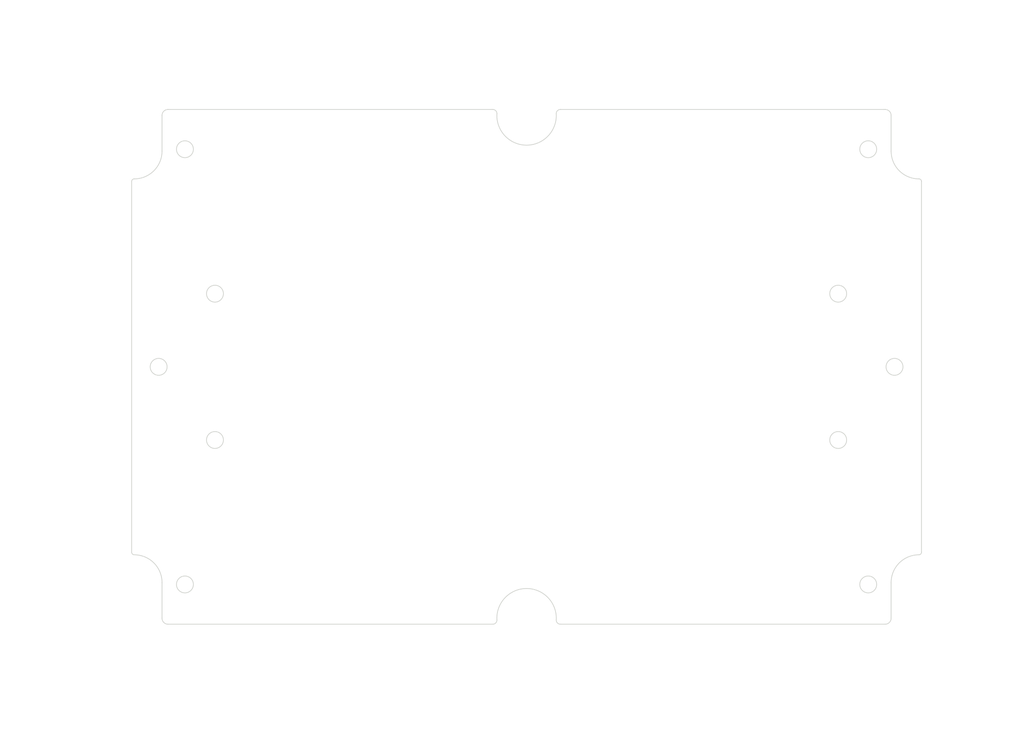
<source format=kicad_pcb>
(kicad_pcb (version 20171130) (host pcbnew "(5.1.0)-1")

  (general
    (thickness 1.6)
    (drawings 113)
    (tracks 0)
    (zones 0)
    (modules 0)
    (nets 1)
  )

  (page A3)
  (layers
    (0 F.Cu signal)
    (31 B.Cu signal)
    (32 B.Adhes user)
    (33 F.Adhes user)
    (34 B.Paste user)
    (35 F.Paste user)
    (36 B.SilkS user)
    (37 F.SilkS user)
    (38 B.Mask user)
    (39 F.Mask user)
    (40 Dwgs.User user)
    (41 Cmts.User user)
    (42 Eco1.User user)
    (43 Eco2.User user)
    (44 Edge.Cuts user)
    (45 Margin user)
    (46 B.CrtYd user)
    (47 F.CrtYd user)
    (48 B.Fab user)
    (49 F.Fab user)
  )

  (setup
    (last_trace_width 0.25)
    (trace_clearance 0.2)
    (zone_clearance 0.508)
    (zone_45_only no)
    (trace_min 0.2)
    (via_size 0.8)
    (via_drill 0.4)
    (via_min_size 0.4)
    (via_min_drill 0.3)
    (uvia_size 0.3)
    (uvia_drill 0.1)
    (uvias_allowed no)
    (uvia_min_size 0.2)
    (uvia_min_drill 0.1)
    (edge_width 0.05)
    (segment_width 0.2)
    (pcb_text_width 0.3)
    (pcb_text_size 1.5 1.5)
    (mod_edge_width 0.12)
    (mod_text_size 1 1)
    (mod_text_width 0.15)
    (pad_size 1.524 1.524)
    (pad_drill 0.762)
    (pad_to_mask_clearance 0.051)
    (solder_mask_min_width 0.25)
    (aux_axis_origin 0 0)
    (visible_elements FFFFFF7F)
    (pcbplotparams
      (layerselection 0x010fc_ffffffff)
      (usegerberextensions false)
      (usegerberattributes false)
      (usegerberadvancedattributes false)
      (creategerberjobfile false)
      (excludeedgelayer true)
      (linewidth 0.152400)
      (plotframeref false)
      (viasonmask false)
      (mode 1)
      (useauxorigin false)
      (hpglpennumber 1)
      (hpglpenspeed 20)
      (hpglpendiameter 15.000000)
      (psnegative false)
      (psa4output false)
      (plotreference true)
      (plotvalue true)
      (plotinvisibletext false)
      (padsonsilk false)
      (subtractmaskfromsilk false)
      (outputformat 1)
      (mirror false)
      (drillshape 1)
      (scaleselection 1)
      (outputdirectory ""))
  )

  (net 0 "")

  (net_class Default "This is the default net class."
    (clearance 0.2)
    (trace_width 0.25)
    (via_dia 0.8)
    (via_drill 0.4)
    (uvia_dia 0.3)
    (uvia_drill 0.1)
  )

  (gr_circle (center 316.861523 132.711176) (end 319.111523 132.711176) (layer Edge.Cuts) (width 0.2))
  (gr_arc (start 218.861523 65.711176) (end 210.95732 65.272054) (angle -186.3596602) (layer Edge.Cuts) (width 0.2))
  (gr_arc (start 227.861523 65.211176) (end 227.861523 64.113689) (angle -93.17983012) (layer Edge.Cuts) (width 0.2))
  (gr_line (start 227.861523 64.113689) (end 314.361523 64.113689) (layer Edge.Cuts) (width 0.2))
  (gr_arc (start 314.361523 65.711176) (end 315.95901 65.711176) (angle -90) (layer Edge.Cuts) (width 0.2))
  (gr_line (start 315.95901 65.711176) (end 315.95901 75.211176) (layer Edge.Cuts) (width 0.2))
  (gr_arc (start 323.361523 75.211176) (end 315.95901 75.211176) (angle -90) (layer Edge.Cuts) (width 0.2))
  (gr_arc (start 323.361523 83.297298) (end 324.045132 83.297298) (angle -90) (layer Edge.Cuts) (width 0.2))
  (gr_line (start 324.045132 83.297298) (end 324.045132 182.125054) (layer Edge.Cuts) (width 0.2))
  (gr_circle (center 301.861523 113.211176) (end 304.111523 113.211176) (layer Edge.Cuts) (width 0.2))
  (gr_circle (center 309.861523 74.711176) (end 312.111523 74.711176) (layer Edge.Cuts) (width 0.2))
  (gr_arc (start 218.861523 199.711176) (end 226.765725 200.150299) (angle -186.3596602) (layer Edge.Cuts) (width 0.2))
  (gr_arc (start 227.861523 200.211176) (end 226.765725 200.150299) (angle -93.17983012) (layer Edge.Cuts) (width 0.2))
  (gr_line (start 227.861523 201.308663) (end 314.361523 201.308663) (layer Edge.Cuts) (width 0.2))
  (gr_arc (start 314.361523 199.711176) (end 314.361523 201.308663) (angle -90) (layer Edge.Cuts) (width 0.2))
  (gr_line (start 315.95901 199.711176) (end 315.95901 190.211176) (layer Edge.Cuts) (width 0.2))
  (gr_arc (start 323.361523 190.211176) (end 323.361523 182.808663) (angle -90) (layer Edge.Cuts) (width 0.2))
  (gr_arc (start 323.361523 182.125054) (end 323.361523 182.808663) (angle -90) (layer Edge.Cuts) (width 0.2))
  (gr_circle (center 301.861523 152.211176) (end 304.111523 152.211176) (layer Edge.Cuts) (width 0.2))
  (gr_circle (center 309.861523 190.711176) (end 312.111523 190.711176) (layer Edge.Cuts) (width 0.2))
  (gr_circle (center 120.861523 132.711176) (end 123.111523 132.711176) (layer Edge.Cuts) (width 0.2))
  (gr_arc (start 209.861523 65.211176) (end 210.95732 65.272054) (angle -93.17983012) (layer Edge.Cuts) (width 0.2))
  (gr_line (start 209.861523 64.113689) (end 123.361523 64.113689) (layer Edge.Cuts) (width 0.2))
  (gr_arc (start 123.361523 65.711176) (end 123.361523 64.113689) (angle -90) (layer Edge.Cuts) (width 0.2))
  (gr_line (start 121.764035 65.711176) (end 121.764035 75.211176) (layer Edge.Cuts) (width 0.2))
  (gr_arc (start 114.361523 75.211176) (end 114.361523 82.613689) (angle -90) (layer Edge.Cuts) (width 0.2))
  (gr_arc (start 114.361523 83.297298) (end 114.361523 82.613689) (angle -90) (layer Edge.Cuts) (width 0.2))
  (gr_line (start 113.677914 182.125054) (end 113.677914 83.297298) (layer Edge.Cuts) (width 0.2))
  (gr_circle (center 135.861523 113.211176) (end 138.111523 113.211176) (layer Edge.Cuts) (width 0.2))
  (gr_circle (center 127.861523 74.711176) (end 130.111523 74.711176) (layer Edge.Cuts) (width 0.2))
  (gr_arc (start 209.861523 200.211176) (end 209.861523 201.308663) (angle -93.17983012) (layer Edge.Cuts) (width 0.2))
  (gr_line (start 209.861523 201.308663) (end 123.361523 201.308663) (layer Edge.Cuts) (width 0.2))
  (gr_arc (start 123.361523 199.711176) (end 121.764035 199.711176) (angle -90) (layer Edge.Cuts) (width 0.2))
  (gr_line (start 121.764035 199.711176) (end 121.764035 190.211176) (layer Edge.Cuts) (width 0.2))
  (gr_arc (start 114.361523 190.211176) (end 121.764035 190.211176) (angle -90) (layer Edge.Cuts) (width 0.2))
  (gr_arc (start 114.361523 182.125054) (end 113.677914 182.125054) (angle -90) (layer Edge.Cuts) (width 0.2))
  (gr_circle (center 135.861523 152.211176) (end 138.111523 152.211176) (layer Edge.Cuts) (width 0.2))
  (gr_circle (center 127.861523 190.711176) (end 130.111523 190.711176) (layer Edge.Cuts) (width 0.2))
  (gr_text [R0.29] (at 333.543312 196.71106) (layer Dwgs.User)
    (effects (font (size 1.7 1.53) (thickness 0.2125)))
  )
  (gr_text " R7.40" (at 333.543312 193.153625) (layer Dwgs.User)
    (effects (font (size 1.7 1.53) (thickness 0.2125)))
  )
  (gr_line (start 327.072541 194.821599) (end 319.973991 186.00264) (layer Dwgs.User) (width 0.2))
  (gr_line (start 329.072541 194.821599) (end 327.072541 194.821599) (layer Dwgs.User) (width 0.2))
  (gr_line (start 309.861523 190.801176) (end 309.861523 190.621176) (layer Dwgs.User) (width 0.2))
  (gr_line (start 309.771523 190.711176) (end 309.951523 190.711176) (layer Dwgs.User) (width 0.2))
  (gr_text " ∅4.50\n[∅0.18]" (at 324.72012 200.723506) (layer Dwgs.User)
    (effects (font (size 1.7 1.53) (thickness 0.2125)))
  )
  (gr_line (start 318.183251 200.723506) (end 312.578089 193.979627) (layer Dwgs.User) (width 0.2))
  (gr_line (start 320.183251 200.723506) (end 318.183251 200.723506) (layer Dwgs.User) (width 0.2))
  (gr_text [1.54] (at 336.560079 134.600637) (layer Dwgs.User)
    (effects (font (size 1.7 1.53) (thickness 0.2125)))
  )
  (gr_text " 39.00" (at 336.560079 131.042622) (layer Dwgs.User)
    (effects (font (size 1.7 1.53) (thickness 0.2125)))
  )
  (gr_line (start 336.560079 150.211176) (end 336.560079 136.269191) (layer Dwgs.User) (width 0.2))
  (gr_line (start 336.560079 115.211176) (end 336.560079 129.153161) (layer Dwgs.User) (width 0.2))
  (gr_line (start 302.861523 152.211176) (end 339.735079 152.211176) (layer Dwgs.User) (width 0.2))
  (gr_line (start 302.861523 113.211176) (end 339.735079 113.211176) (layer Dwgs.User) (width 0.2))
  (gr_text [4.57] (at 346.619043 134.597158) (layer Dwgs.User)
    (effects (font (size 1.7 1.53) (thickness 0.2125)))
  )
  (gr_text " 116.00" (at 346.619043 131.043202) (layer Dwgs.User)
    (effects (font (size 1.7 1.53) (thickness 0.2125)))
  )
  (gr_line (start 346.619043 188.711176) (end 346.619043 136.265133) (layer Dwgs.User) (width 0.2))
  (gr_line (start 346.619043 76.711176) (end 346.619043 129.15722) (layer Dwgs.User) (width 0.2))
  (gr_line (start 310.861523 190.711176) (end 349.794043 190.711176) (layer Dwgs.User) (width 0.2))
  (gr_line (start 310.861523 74.711176) (end 349.794043 74.711176) (layer Dwgs.User) (width 0.2))
  (gr_text [6.54] (at 218.861523 213.603283) (layer Dwgs.User)
    (effects (font (size 1.7 1.53) (thickness 0.2125)))
  )
  (gr_text " 166.00" (at 218.861523 210.045848) (layer Dwgs.User)
    (effects (font (size 1.7 1.53) (thickness 0.2125)))
  )
  (gr_line (start 137.861523 211.713822) (end 214.156509 211.713822) (layer Dwgs.User) (width 0.2))
  (gr_line (start 299.861523 211.713822) (end 223.566537 211.713822) (layer Dwgs.User) (width 0.2))
  (gr_line (start 135.861523 153.211176) (end 135.861523 214.888822) (layer Dwgs.User) (width 0.2))
  (gr_line (start 301.861523 153.211176) (end 301.861523 214.888822) (layer Dwgs.User) (width 0.2))
  (gr_text [7.17] (at 218.861523 222.295478) (layer Dwgs.User)
    (effects (font (size 1.7 1.53) (thickness 0.2125)))
  )
  (gr_text " 182.00" (at 218.861523 218.738043) (layer Dwgs.User)
    (effects (font (size 1.7 1.53) (thickness 0.2125)))
  )
  (gr_line (start 307.861523 220.406017) (end 223.566537 220.406017) (layer Dwgs.User) (width 0.2))
  (gr_line (start 129.861523 220.406017) (end 214.156509 220.406017) (layer Dwgs.User) (width 0.2))
  (gr_line (start 309.861523 191.711176) (end 309.861523 223.581017) (layer Dwgs.User) (width 0.2))
  (gr_line (start 127.861523 191.711176) (end 127.861523 223.581017) (layer Dwgs.User) (width 0.2))
  (gr_text [7.72] (at 218.861523 230.263105) (layer Dwgs.User)
    (effects (font (size 1.7 1.53) (thickness 0.2125)))
  )
  (gr_text " 196.00" (at 218.861523 226.70567) (layer Dwgs.User)
    (effects (font (size 1.7 1.53) (thickness 0.2125)))
  )
  (gr_line (start 314.861523 228.373644) (end 223.566537 228.373644) (layer Dwgs.User) (width 0.2))
  (gr_line (start 122.861523 228.373644) (end 214.156509 228.373644) (layer Dwgs.User) (width 0.2))
  (gr_line (start 316.861523 133.711176) (end 316.861523 231.548644) (layer Dwgs.User) (width 0.2))
  (gr_line (start 120.861523 133.711176) (end 120.861523 231.548644) (layer Dwgs.User) (width 0.2))
  (gr_text [.62] (at 218.861523 60.845307) (layer Dwgs.User)
    (effects (font (size 1.7 1.53) (thickness 0.2125)))
  )
  (gr_text " 15.83" (at 218.861523 57.287292) (layer Dwgs.User)
    (effects (font (size 1.7 1.53) (thickness 0.2125)))
  )
  (gr_line (start 212.945132 58.955846) (end 214.814012 58.955846) (layer Dwgs.User) (width 0.2))
  (gr_line (start 224.777914 58.955846) (end 222.909033 58.955846) (layer Dwgs.User) (width 0.2))
  (gr_line (start 210.945132 64.711176) (end 210.945132 55.780846) (layer Dwgs.User) (width 0.2))
  (gr_line (start 226.777914 64.711176) (end 226.777914 55.780846) (layer Dwgs.User) (width 0.2))
  (gr_text [.37] (at 239.757925 60.030818) (layer Dwgs.User)
    (effects (font (size 1.7 1.53) (thickness 0.2125)))
  )
  (gr_text " 9.51" (at 239.757925 56.473382) (layer Dwgs.User)
    (effects (font (size 1.7 1.53) (thickness 0.2125)))
  )
  (gr_line (start 234.534903 58.141356) (end 236.534903 58.141356) (layer Dwgs.User) (width 0.2))
  (gr_line (start 234.534903 64.113689) (end 234.534903 58.141356) (layer Dwgs.User) (width 0.2))
  (gr_line (start 234.534903 71.627567) (end 234.534903 66.113689) (layer Dwgs.User) (width 0.2))
  (gr_line (start 219.861523 73.627567) (end 237.709903 73.627567) (layer Dwgs.User) (width 0.2))
  (gr_text [3.94] (at 97.651431 134.600637) (layer Dwgs.User)
    (effects (font (size 1.7 1.53) (thickness 0.2125)))
  )
  (gr_text " 100.19" (at 97.651431 131.043202) (layer Dwgs.User)
    (effects (font (size 1.7 1.53) (thickness 0.2125)))
  )
  (gr_line (start 97.651431 84.613689) (end 97.651431 129.153741) (layer Dwgs.User) (width 0.2))
  (gr_line (start 97.651431 180.808663) (end 97.651431 136.268611) (layer Dwgs.User) (width 0.2))
  (gr_line (start 113.361523 82.613689) (end 94.476431 82.613689) (layer Dwgs.User) (width 0.2))
  (gr_line (start 113.361523 182.808663) (end 94.476431 182.808663) (layer Dwgs.User) (width 0.2))
  (gr_text [5.40] (at 83.361523 134.600637) (layer Dwgs.User)
    (effects (font (size 1.7 1.53) (thickness 0.2125)))
  )
  (gr_text " 137.19" (at 83.361523 131.042622) (layer Dwgs.User)
    (effects (font (size 1.7 1.53) (thickness 0.2125)))
  )
  (gr_line (start 83.361523 199.308663) (end 83.361523 136.269191) (layer Dwgs.User) (width 0.2))
  (gr_line (start 83.361523 66.113689) (end 83.361523 129.153161) (layer Dwgs.User) (width 0.2))
  (gr_line (start 122.361523 201.308663) (end 80.186523 201.308663) (layer Dwgs.User) (width 0.2))
  (gr_line (start 122.361523 64.113689) (end 80.186523 64.113689) (layer Dwgs.User) (width 0.2))
  (gr_text [7.65] (at 218.861523 50.669789) (layer Dwgs.User)
    (effects (font (size 1.7 1.53) (thickness 0.2125)))
  )
  (gr_text " 194.19" (at 218.861523 47.112354) (layer Dwgs.User)
    (effects (font (size 1.7 1.53) (thickness 0.2125)))
  )
  (gr_line (start 313.95901 48.780328) (end 223.571175 48.780328) (layer Dwgs.User) (width 0.2))
  (gr_line (start 123.764035 48.780328) (end 214.151871 48.780328) (layer Dwgs.User) (width 0.2))
  (gr_line (start 315.95901 64.711176) (end 315.95901 45.605328) (layer Dwgs.User) (width 0.2))
  (gr_line (start 121.764035 64.711176) (end 121.764035 45.605328) (layer Dwgs.User) (width 0.2))
  (gr_text [8.28] (at 218.861523 40.100637) (layer Dwgs.User)
    (effects (font (size 1.7 1.53) (thickness 0.2125)))
  )
  (gr_text " 210.37" (at 218.861523 36.542622) (layer Dwgs.User)
    (effects (font (size 1.7 1.53) (thickness 0.2125)))
  )
  (gr_line (start 322.045132 38.211176) (end 223.569436 38.211176) (layer Dwgs.User) (width 0.2))
  (gr_line (start 115.677914 38.211176) (end 214.15361 38.211176) (layer Dwgs.User) (width 0.2))
  (gr_line (start 324.045132 82.297298) (end 324.045132 35.036176) (layer Dwgs.User) (width 0.2))
  (gr_line (start 113.677914 82.297298) (end 113.677914 35.036176) (layer Dwgs.User) (width 0.2))

)

</source>
